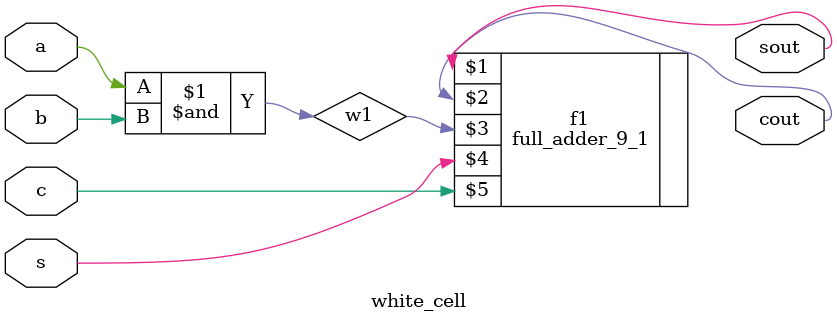
<source format=v>
`timescale 1ns / 1ps


module white_cell(
    input a,
    input b,
    input c,
    input s,
    output sout,
    output cout
    );
    
    wire w1;
    and a1(w1,a,b);
    full_adder_9_1 f1(sout,cout,w1,s,c);
        
endmodule

</source>
